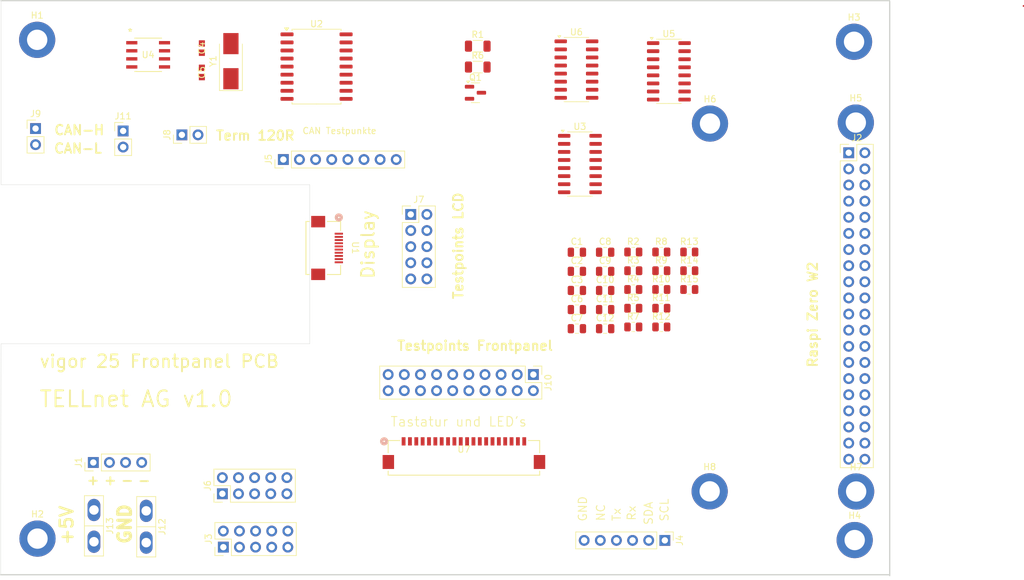
<source format=kicad_pcb>
(kicad_pcb (version 20240108) (generator "pcbnew") (generator_version "8.0")
  (layers (0 "F.Cu" signal) (31 "B.Cu" signal) (34 "B.Paste" user) (35 "F.Paste" user) (36 "B.SilkS" user "B.Silkscreen") (37 "F.SilkS" user "F.Silkscreen") (38 "B.Mask" user) (39 "F.Mask" user) (44 "Edge.Cuts" user))
  (net 0 "")
  (net 1 "Pi5V")
  (net 2 "GND")
  (net 3 "3.3V")
  (net 4 "LED-A")
  (net 5 "/SCL")
  (net 6 "MPC-SI")
  (net 7 "/Rx")
  (net 8 "LED-S0")
  (net 9 "Ti1-S1")
  (net 10 "DI-SDA")
  (net 11 "/Tx")
  (net 12 "LED-S1")
  (net 14 "Ti1-S2")
  (net 16 "Ti2-S0")
  (net 17 "MPC-SCK")
  (net 18 "LED-S2")
  (net 19 "Di-RS")
  (net 20 "DI-RESET")
  (net 21 "Di-SCLK")
  (net 22 "/SDA")
  (net 23 "MPS-CS")
  (net 24 "Ti1-S0")
  (net 25 "MPC-INT")
  (net 26 "MPC-SO")
  (net 28 "Di-CS")
  (net 29 "Ti2-S1")
  (net 30 "Ti2-A")
  (net 31 "Ti1-A")
  (net 49 "Net-(J11-Pin_2)")
  (net 50 "Net-(J8-Pin_1)")
  (net 51 "Net-(J11-Pin_1)")
  (net 52 "D4 man")
  (net 53 "D5 semi")
  (net 55 "K9 kal")
  (net 56 "K7 F3")
  (net 57 "D3 rand")
  (net 58 "K5 F1")
  (net 59 "K3 semi")
  (net 60 "K1 rand")
  (net 61 "D2 gn")
  (net 63 "K8 F4")
  (net 64 "K2 man")
  (net 65 "K4 auto")
  (net 66 "D1 Red")
  (net 67 "D6 auto")
  (net 68 "K6 F2")
  (net 69 "D7 kal")
  (net 70 "Net-(Q1-D)")
  (net 71 "Net-(U3-A)")
  (net 72 "Net-(U3-~{E})")
  (net 73 "Net-(U2-~{RESET})")
  (net 74 "Net-(U5-~{E})")
  (net 75 "Net-(U6-~{E})")
  (net 81 "Net-(U2-TXCAN)")
  (net 84 "Net-(U2-RXCAN)")
  (net 86 "Net-(U2-OSC2)")
  (net 87 "Net-(U2-OSC1)")
  (footprint "MountingHole:MountingHole_3.2mm_M3_ISO7380_Pad" (layer "F.Cu") (at 170.561 124.9172)
    (property "Reference" "H7")
    (property "Value" "MountingHole")
  )
  (footprint "Resistor_SMD:R_1206_3216Metric" (layer "F.Cu") (at 110.9793 58.0834)
    (property "Reference" "R6")
    (property "Value" "120")
  )
  (footprint "Resistor_SMD:R_0805_2012Metric" (layer "F.Cu") (at 135.4697 87.2092)
    (property "Reference" "R2")
    (property "Value" "1")
  )
  (footprint "Connector_PinHeader_2.54mm:PinHeader_2x20_P2.54mm_Vertical" (layer "F.Cu") (at 169.3926 71.5772)
    (property "Reference" "J2")
    (property "Value" "Raspi GPIO")
  )
  (footprint "Capacitor_SMD:C_0805_2012Metric" (layer "F.Cu") (at 126.5897 90.2492)
    (property "Reference" "C2")
    (property "Value" "100nf")
  )
  (footprint "Package_SO:SOIC-16_3.9x9.9mm_P1.27mm" (layer "F.Cu") (at 126.5174 58.4796)
    (property "Reference" "U6")
    (property "Value" "74HC4051")
  )
  (footprint "Crystal:Crystal_SMD_Abracon_ABM3-2Pin_5.0x3.2mm_HandSoldering" (layer "F.Cu") (at 72.1106 57.1561 90)
    (property "Reference" "Y1")
    (property "Value" "Crystal")
  )
  (footprint "Capacitor_SMD:C_0805_2012Metric" (layer "F.Cu") (at 126.5897 93.2592)
    (property "Reference" "C3")
    (property "Value" "100nf")
  )
  (footprint "Resistor_SMD:R_0805_2012Metric" (layer "F.Cu") (at 139.8797 96.0592)
    (property "Reference" "R11")
    (property "Value" "1k")
  )
  (footprint "Resistor_SMD:R_1206_3216Metric" (layer "F.Cu") (at 110.9793 54.7934)
    (property "Reference" "R1")
    (property "Value" "390")
  )
  (footprint "MountingHole:MountingHole_3.2mm_M3_ISO7380_Pad" (layer "F.Cu") (at 147.4978 124.8918)
    (property "Reference" "H8")
    (property "Value" "MountingHole")
  )
  (footprint "Connector_PinHeader_2.54mm:PinHeader_1x02_P2.54mm_Vertical" (layer "F.Cu") (at 55.1434 68.1432)
    (property "Reference" "J11")
    (property "Value" "Conn_01x02_Socket")
  )
  (footprint "Resistor_SMD:R_0805_2012Metric" (layer "F.Cu") (at 139.8797 99.0092)
    (property "Reference" "R12")
    (property "Value" "1k")
  )
  (footprint "MountingHole:MountingHole_3.2mm_M3_ISO7380_Pad" (layer "F.Cu") (at 170.3324 132.5626)
    (property "Reference" "H4")
    (property "Value" "MountingHole")
  )
  (footprint "Package_SO:SOIC-18W_7.5x11.6mm_P1.27mm" (layer "F.Cu") (at 85.5962 58.0136)
    (property "Reference" "U2")
    (property "Value" "MCP2515-xSO")
  )
  (footprint "Package_SO:SOIC-16_3.9x9.9mm_P1.27mm" (layer "F.Cu") (at 141.0716 58.759)
    (property "Reference" "U5")
    (property "Value" "74HC4051")
  )
  (footprint "Connector_PinHeader_2.54mm:PinHeader_1x04_P2.54mm_Vertical" (layer "F.Cu") (at 50.4444 120.3452 90)
    (property "Reference" "J1")
    (property "Value" "Conn_01x04_Pin")
  )
  (footprint "mcp_cry:CAPC17595_87N_KEM" (layer "F.Cu") (at 67.5386 55.0987 90)
    (property "Reference" "C4")
    (property "Value" "22pf")
  )
  (footprint "1_vigor:Flachst_2.5mm" (layer "F.Cu") (at 50.546 130.3274 90)
    (property "Reference" "J13")
    (property "Value" "Conn_01x01")
  )
  (footprint "Resistor_SMD:R_0805_2012Metric" (layer "F.Cu") (at 139.8797 87.2092)
    (property "Reference" "R8")
    (property "Value" "1k")
  )
  (footprint "Resistor_SMD:R_0805_2012Metric" (layer "F.Cu") (at 139.8797 90.1592)
    (property "Reference" "R9")
    (property "Value" "1k")
  )
  (footprint "MountingHole:MountingHole_3.2mm_M3_ISO7380_Pad" (layer "F.Cu") (at 170.5102 66.8274)
    (property "Reference" "H5")
    (property "Value" "MountingHole")
  )
  (footprint "Resistor_SMD:R_0805_2012Metric" (layer "F.Cu") (at 144.2897 90.1592)
    (property "Reference" "R14")
    (property "Value" "1k")
  )
  (footprint "Package_TO_SOT_SMD:SOT-23" (layer "F.Cu") (at 110.6193 62.1284)
    (property "Reference" "Q1")
    (property "Value" "2N7002E")
  )
  (footprint "Resistor_SMD:R_0805_2012Metric" (layer "F.Cu") (at 144.2897 87.2092)
    (property "Reference" "R13")
    (property "Value" "1k")
  )
  (footprint "Connector_PinHeader_2.54mm:PinHeader_2x10_P2.54mm_Vertical" (layer "F.Cu") (at 119.7356 106.5022 -90)
    (property "Reference" "J10")
    (property "Value" "Conn_02x10_Counter_Clockwise")
  )
  (footprint "Connector_PinHeader_2.54mm:PinHeader_1x02_P2.54mm_Vertical" (layer "F.Cu") (at 64.389 68.7578 90)
    (property "Reference" "J8")
    (property "Value" "Conn_01x02_Pin")
  )
  (footprint "1_vigor:CONN_XF3M1-2015-1B_OMR" (layer "F.Cu") (at 118.300798 117.018999)
    (property "Reference" "U7")
    (property "Value" "20FLZ-SM2-TB")
  )
  (footprint "Resistor_SMD:R_0805_2012Metric" (layer "F.Cu") (at 135.4697 93.1092)
    (property "Reference" "R4")
    (property "Value" "1")
  )
  (footprint "Capacitor_SMD:C_0805_2012Metric" (layer "F.Cu") (at 126.5897 87.2392)
    (property "Reference" "C1")
    (property "Value" "100nf")
  )
  (footprint "Resistor_SMD:R_0805_2012Metric" (layer "F.Cu") (at 135.4697 90.1592)
    (property "Reference" "R3")
    (property "Value" "10k")
  )
  (footprint "Capacitor_SMD:C_0805_2012Metric" (layer "F.Cu") (at 126.5897 96.2692)
    (property "Reference" "C6")
    (property "Value" "100nf")
  )
  (footprint "Resistor_SMD:R_0805_2012Metric" (layer "F.Cu") (at 135.4697 96.0592)
    (property "Reference" "R5")
    (property "Value" "1")
  )
  (footprint "Resistor_SMD:R_0805_2012Metric" (layer "F.Cu") (at 144.2897 93.1092)
    (property "Reference" "R15")
    (property "Value" "1k")
  )
  (footprint "MountingHole:MountingHole_3.2mm_M3_ISO7380_Pad" (layer "F.Cu") (at 41.6052 53.7972)
    (property "Reference" "H1")
    (property "Value" "MountingHole")
  )
  (footprint "Resistor_SMD:R_0805_2012Metric" (layer "F.Cu") (at 135.4697 99.0092)
    (property "Reference" "R7")
    (property "Value" "1k")
  )
  (footprint "Capacitor_SMD:C_0805_2012Metric" (layer "F.Cu") (at 131.0397 87.2392)
    (property "Reference" "C8")
    (property "Value" "100nf")
  )
  (footprint "Connector_PinHeader_2.54mm:PinHeader_2x05_P2.54mm_Vertical" (layer "F.Cu") (at 70.9168 133.6802 90)
    (property "Reference" "J3")
    (property "Value" "Reserve GND")
  )
  (footprint "Connector_PinHeader_2.54mm:PinHeader_2x05_P2.54mm_Vertical" (layer "F.Cu") (at 100.4266 81.285)
    (property "Reference" "J7")
    (property "Value" "Display")
  )
  (footprint "Connector_PinHeader_2.54mm:PinHeader_2x05_P2.54mm_Vertical" (layer "F.Cu") (at 70.7644 125.2728 90)
    (property "Reference" "J6")
    (property "Value" "Reserve 5V or 3.3V")
  )
  (footprint "1_vigor:CONN_XF3M-1015-1B_OMR" (layer "F.Cu") (at 89.1032 88.8238 -90)
    (property "Reference" "U1")
    (property "Value" "10FLZ-SM2-TB")
  )
  (footprint "CAN_TJA1050:SOIC8_4X5_NXP" (layer "F.Cu") (at 59.0804 56.1594)
    (property "Reference" "U4")
    (property "Value" "TJA1050")
  )
  (footprint "1_vigor:Flachst_2.5mm" (layer "F.Cu") (at 58.7756 130.4652 90)
    (property "Reference" "J12")
    (property "Value" "Conn_01x01")
  )
  (footprint "Capacitor_SMD:C_0805_2012Metric" (layer "F.Cu") (at 131.0397 90.2492)
    (property "Reference" "C9")
    (property "Value" "100nf")
  )
  (footprint "MountingHole:MountingHole_3.2mm_M3_ISO7380_Pad" (layer "F.Cu") (at 41.656 132.334)
    (property "Reference" "H2")
    (property "Value" "MountingHole")
  )
  (footprint "Capacitor_SMD:C_0805_2012Metric" (layer "F.Cu") (at 131.0397 96.2692)
    (property "Reference" "C11")
    (property "Value" "100nf")
  )
  (footprint "Capacitor_SMD:C_0805_2012Metric" (layer "F.Cu") (at 131.0397 93.2592)
    (property "Reference" "C10")
    (property "Value" "100nf")
  )
  (footprint "Package_SO:SOIC-16_3.9x9.9mm_P1.27mm" (layer "F.Cu") (at 127.062 73.3552)
    (property "Reference" "U3")
    (property "Value" "74HC4051")
  )
  (footprint "mcp_cry:CAPC17595_87N_KEM" (layer "F.Cu") (at 67.5386 58.9341 90)
    (property "Reference" "C5")
    (property "Value" "22pf")
  )
  (footprint "Capacitor_SMD:C_0805_2012Metric" (layer "F.Cu") (at 131.0397 99.2792)
    (property "Reference" "C12")
    (property "Value" "100nf")
  )
  (footprint "Connector_PinHeader_2.54mm:PinHeader_1x02_P2.54mm_Vertical" (layer "F.Cu") (at 41.3512 67.7672)
    (property "Reference" "J9")
    (property "Value" "Conn_01x02_Socket")
  )
  (footprint "Resistor_SMD:R_0805_2012Metric" (layer "F.Cu") (at 139.8797 93.1092)
    (property "Reference" "R10")
    (property "Value" "1k")
  )
  (footprint "MountingHole:MountingHole_3.2mm_M3_ISO7380_Pad" (layer "F.Cu") (at 170.2308 54.102)
    (property "Reference" "H3")
    (property "Value" "MountingHole")
  )
  (footprint "Capacitor_SMD:C_0805_2012Metric" (layer "F.Cu") (at 126.5897 99.2792)
    (property "Reference" "C7")
    (property "Value" "100nf")
  )
  (footprint "MountingHole:MountingHole_3.2mm_M3_ISO7380_Pad" (layer "F.Cu") (at 147.5486 66.9798)
    (property "Reference" "H6")
    (property "Value" "MountingHole")
  )
  (footprint "Connector_PinHeader_2.54mm:PinHeader_1x06_P2.54mm_Vertical" (layer "F.Cu") (at 140.4366 132.6134 -90)
    (property "Reference" "J4")
    (property "Value" "Conn_01x06_Pin")
  )
  (footprint "Connector_PinHeader_2.54mm:PinHeader_1x08_P2.54mm_Vertical" (layer "F.Cu") (at 80.3656 72.644 90)
    (property "Reference" "J5")
    (property "Value" "CAN Testpunkte")
  )
  (gr_line (start 35.9156 47.625) (end 175.8188 47.625) (stroke (width 0.2)) (layer "Edge.Cuts"))
  (gr_line (start 84.5312 76.6064) (end 84.5312 101.6508) (stroke (width 0.05)) (layer "Edge.Cuts"))
  (gr_line (start 35.8648 138.0236) (end 175.6918 138.0236) (stroke (width 0.2)) (layer "Edge.Cuts"))
  (gr_line (start 35.9156 101.6508) (end 35.8648 138.0236) (stroke (width 0.05)) (layer "Edge.Cuts"))
  (gr_line (start 35.9156 76.6064) (end 84.5312 76.6064) (stroke (width 0.05)) (layer "Edge.Cuts"))
  (gr_line (start 35.9156 47.625) (end 35.9156 76.6064) (stroke (width 0.05)) (layer "Edge.Cuts"))
  (gr_line (start 84.5312 101.6508) (end 35.9156 101.6508) (stroke (width 0.05)) (layer "Edge.Cuts"))
  (gr_line (start 175.8442 138.1633) (end 175.8442 47.7647) (stroke (width 0.2)) (layer "Edge.Cuts"))
  (gr_text "Raspi Zero W2" (at 164.592 105.537 90) (layer "F.SilkS") (effects (font (size 1.5 1.5) (thickness 0.3) (bold yes)) (justify left bottom)))
  (gr_text "Term 120R" (at 69.6214 69.7484 0) (layer "F.SilkS") (effects (font (size 1.5 1.5) (thickness 0.3) (bold yes)) (justify left bottom)))
  (gr_text "Tastatur und LED's" (at 97.155 114.808 0) (layer "F.SilkS") (effects (font (size 1.5 1.5)) (justify left bottom)))
  (gr_text "+" (at 49.276 124.0028 0) (layer "F.SilkS") (effects (font (size 1.5 1.5) (thickness 0.3) (bold yes)) (justify left bottom)))
  (gr_text "Display" (at 94.869 91.5924 90) (layer "F.SilkS") (effects (font (size 2 2) (thickness 0.3) (bold yes)) (justify left bottom)))
  (gr_text "vigor 25 Frontpanel PCB" (at 41.8338 105.5878 0) (layer "F.SilkS") (effects (font (size 2 2) (thickness 0.3) (bold yes)) (justify left bottom)))
  (gr_text "SDA" (at 138.6332 130.2766 90) (layer "F.SilkS") (effects (font (size 1.3 1.3)) (justify left bottom)))
  (gr_text "-" (at 54.6608 124.0282 0) (layer "F.SilkS") (effects (font (size 1.5 1.5) (thickness 0.3) (bold yes)) (justify left bottom)))
  (gr_text "Testpoints Frontpanel" (at 98.1456 102.8446 0) (layer "F.SilkS") (effects (font (size 1.5 1.5) (thickness 0.3) (bold yes)) (justify left bottom)))
  (gr_text "Testpoints LCD" (at 108.7882 94.7928 90) (layer "F.SilkS") (effects (font (size 1.5 1.5) (thickness 0.3) (bold yes)) (justify left bottom)))
  (gr_text "+5V" (at 47.4218 133.5532 90) (layer "F.SilkS") (effects (font (size 2 2) (thickness 0.4) (bold yes)) (justify left bottom)))
  (gr_text "Tx" (at 133.604 129.667 90) (layer "F.SilkS") (effects (font (size 1.3 1.3)) (justify left bottom)))
  (gr_text "GND" (at 128.27 129.7178 90) (layer "F.SilkS") (effects (font (size 1.3 1.3)) (justify left bottom)))
  (gr_text "GND" (at 56.5658 133.4008 90) (layer "F.SilkS") (effects (font (size 2 2) (thickness 0.5) (bold yes)) (justify left bottom)))
  (gr_text "NC" (at 131.1148 129.667 90) (layer "F.SilkS") (effects (font (size 1.3 1.3)) (justify left bottom)))
  (gr_text "-" (at 57.3278 124.0536 0) (layer "F.SilkS") (effects (font (size 1.5 1.5) (thickness 0.3) (bold yes)) (justify left bottom)))
  (gr_text "SCL" (at 141.1224 129.7178 90) (layer "F.SilkS") (effects (font (size 1.3 1.3)) (justify left bottom)))
  (gr_text "CAN-L" (at 44.1198 71.7804 0) (layer "F.SilkS") (effects (font (size 1.5 1.5) (thickness 0.3) (bold yes)) (justify left bottom)))
  (gr_text "Rx" (at 135.9662 129.5908 90) (layer "F.SilkS") (effects (font (size 1.3 1.3)) (justify left bottom)))
  (gr_text "TELLnet AG v1.0" (at 41.8084 111.8108 0) (layer "F.SilkS") (effects (font (size 2.5 2.5) (thickness 0.3) (bold yes)) (justify left bottom)))
  (gr_text "+" (at 51.9938 124.0028 0) (layer "F.SilkS") (effects (font (size 1.5 1.5) (thickness 0.3) (bold yes)) (justify left bottom)))
  (gr_text "CAN-H" (at 44.1452 68.8848 0) (layer "F.SilkS") (effects (font (size 1.5 1.5) (thickness 0.3) (bold yes)) (justify left bottom)))
  (segment (start 196.9008 48.4124) (end 196.9008 48.514) (width 0.2) (layer "F.Cu") (net 58))
  (segment (start 168.7322 66.421) (end 168.783 66.4718) (width 0.2) (layer "F.Cu") (net 58))
)
</source>
